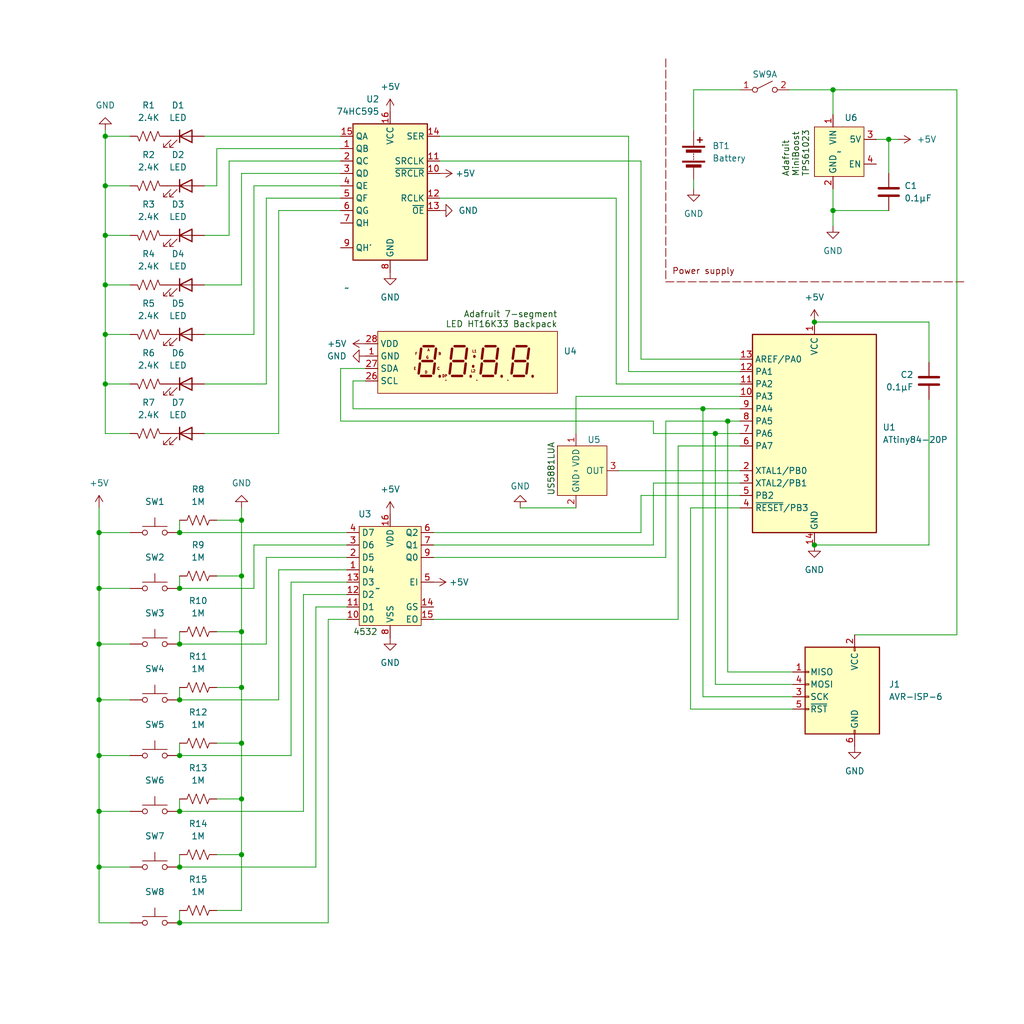
<source format=kicad_sch>
(kicad_sch (version 20230121) (generator eeschema)
  (paper "User" 210.007 210.007)
  (title_block (title "Digi-Roll") (date "2024-08-22") (rev "1") (company "zbauman3"))
  (lib_symbols
    (symbol "4xxx:4532"
      (property "Reference" "U" (at 5.08 11.43 0))
      (symbol "4532_1_1"
        (rectangle (start -6.35 10.16) (end 6.35 -10.16) (fill (type background)))
        (text "4532" (at 5.08 -11.43 0) (effects (font (size 1.27 1.27))))
        (pin input line (at 8.89 1.27 180) (length 2.54) (name "D4") (number "1"))
        (pin input line (at 8.89 -8.89 180) (length 2.54) (name "D0") (number "10"))
        (pin input line (at 8.89 -6.35 180) (length 2.54) (name "D1") (number "11"))
        (pin input line (at 8.89 -3.81 180) (length 2.54) (name "D2") (number "12"))
        (pin input line (at 8.89 -1.27 180) (length 2.54) (name "D3") (number "13"))
        (pin output line (at -8.89 -6.35 0) (length 2.54) (name "GS") (number "14"))
        (pin output line (at -8.89 -8.89 0) (length 2.54) (name "EO") (number "15"))
        (pin power_in line (at 0 12.7 270) (length 2.54) (name "VDD") (number "16"))
        (pin input line (at 8.89 3.81 180) (length 2.54) (name "D5") (number "2"))
        (pin input line (at 8.89 6.35 180) (length 2.54) (name "D6") (number "3"))
        (pin input line (at 8.89 8.89 180) (length 2.54) (name "D7") (number "4"))
        (pin input line (at -8.89 -1.27 0) (length 2.54) (name "EI") (number "5"))
        (pin output line (at -8.89 8.89 0) (length 2.54) (name "Q2") (number "6"))
        (pin output line (at -8.89 6.35 0) (length 2.54) (name "Q1") (number "7"))
        (pin power_in line (at 0 -12.7 90) (length 2.54) (name "VSS") (number "8"))
        (pin output line (at -8.89 3.81 0) (length 2.54) (name "Q0") (number "9"))
      )
    )
    (symbol "74xx:74HC595"
      (property "Reference" "U" (at -7.62 13.97 0))
      (property "Value" "74HC595" (at -7.62 -16.51 0))
      (symbol "74HC595_1_0"
        (pin tri_state line (at 10.16 7.62 180) (length 2.54) (name "QB") (number "1"))
        (pin input line (at -10.16 2.54 0) (length 2.54) (name "~{SRCLR}") (number "10"))
        (pin input line (at -10.16 5.08 0) (length 2.54) (name "SRCLK") (number "11"))
        (pin input line (at -10.16 -2.54 0) (length 2.54) (name "RCLK") (number "12"))
        (pin input line (at -10.16 -5.08 0) (length 2.54) (name "~{OE}") (number "13"))
        (pin input line (at -10.16 10.16 0) (length 2.54) (name "SER") (number "14"))
        (pin tri_state line (at 10.16 10.16 180) (length 2.54) (name "QA") (number "15"))
        (pin power_in line (at 0 15.24 270) (length 2.54) (name "VCC") (number "16"))
        (pin tri_state line (at 10.16 5.08 180) (length 2.54) (name "QC") (number "2"))
        (pin tri_state line (at 10.16 2.54 180) (length 2.54) (name "QD") (number "3"))
        (pin tri_state line (at 10.16 0 180) (length 2.54) (name "QE") (number "4"))
        (pin tri_state line (at 10.16 -2.54 180) (length 2.54) (name "QF") (number "5"))
        (pin tri_state line (at 10.16 -5.08 180) (length 2.54) (name "QG") (number "6"))
        (pin tri_state line (at 10.16 -7.62 180) (length 2.54) (name "QH") (number "7"))
        (pin power_in line (at 0 -17.78 90) (length 2.54) (name "GND") (number "8"))
        (pin output line (at 10.16 -12.7 180) (length 2.54) (name "QH'") (number "9"))
      )
      (symbol "74HC595_1_1"
        (rectangle (start -7.62 12.7) (end 7.62 -15.24) (stroke (width 0.254)) (fill (type background)))
      )
    )
    (symbol "Connector:AVR-ISP-6" (pin_names (offset 1.016))
      (property "Reference" "J" (at -6.35 11.43 0))
      (property "Value" "AVR-ISP-6" (at 0 11.43 0))
      (symbol "AVR-ISP-6_0_1"
        (rectangle (start -2.667 -6.858) (end -2.413 -7.62))
        (rectangle (start -2.667 10.16) (end -2.413 9.398))
        (rectangle (start 7.62 -2.413) (end 6.858 -2.667))
        (rectangle (start 7.62 0.127) (end 6.858 -0.127))
        (rectangle (start 7.62 2.667) (end 6.858 2.413))
        (rectangle (start 7.62 5.207) (end 6.858 4.953))
        (rectangle (start 7.62 10.16) (end -7.62 -7.62) (stroke (width 0.254)) (fill (type background)))
      )
      (symbol "AVR-ISP-6_1_1"
        (pin passive line (at 10.16 5.08 180) (length 2.54) (name "MISO") (number "1"))
        (pin passive line (at -2.54 12.7 270) (length 2.54) (name "VCC") (number "2"))
        (pin passive line (at 10.16 0 180) (length 2.54) (name "SCK") (number "3"))
        (pin passive line (at 10.16 2.54 180) (length 2.54) (name "MOSI") (number "4"))
        (pin passive line (at 10.16 -2.54 180) (length 2.54) (name "~{RST}") (number "5"))
        (pin passive line (at -2.54 -10.16 90) (length 2.54) (name "GND") (number "6"))
      )
    )
    (symbol "Device:Battery" (pin_numbers hide) (pin_names (offset 0) hide)
      (property "Reference" "BT" (at 2.54 2.54 0))
      (property "Value" "Battery" (at 2.54 0 0))
      (symbol "Battery_0_1"
        (rectangle (start -2.286 -1.27) (end 2.286 -1.524) (fill (type outline)))
        (rectangle (start -2.286 1.778) (end 2.286 1.524) (fill (type outline)))
        (rectangle (start -1.524 -2.032) (end 1.524 -2.54) (fill (type outline)))
        (rectangle (start -1.524 1.016) (end 1.524 0.508) (fill (type outline)))
        (polyline (pts (xy 0 -1.016) (xy 0 -0.762)))
        (polyline (pts (xy 0 -0.508) (xy 0 -0.254)))
        (polyline (pts (xy 0 0) (xy 0 0.254)))
        (polyline (pts (xy 0 1.778) (xy 0 2.54)))
        (polyline (pts (xy 0.762 3.048) (xy 1.778 3.048)) (stroke (width 0.254)))
        (polyline (pts (xy 1.27 3.556) (xy 1.27 2.54)) (stroke (width 0.254)))
      )
      (symbol "Battery_1_1"
        (pin passive line (at 0 5.08 270) (length 2.54) (name "+") (number "1"))
        (pin passive line (at 0 -5.08 90) (length 2.54) (name "-") (number "2"))
      )
    )
    (symbol "Device:C" (pin_numbers hide) (pin_names (offset 0.254))
      (property "Reference" "C" (at 0.635 2.54 0))
      (property "Value" "C" (at 0.635 -2.54 0))
      (symbol "C_0_1"
        (polyline (pts (xy -2.032 -0.762) (xy 2.032 -0.762)) (stroke (width 0.508)))
        (polyline (pts (xy -2.032 0.762) (xy 2.032 0.762)) (stroke (width 0.508)))
      )
      (symbol "C_1_1"
        (pin passive line (at 0 3.81 270) (length 2.794) (name "~") (number "1"))
        (pin passive line (at 0 -3.81 90) (length 2.794) (name "~") (number "2"))
      )
    )
    (symbol "Device:LED" (pin_numbers hide) (pin_names (offset 1.016) hide)
      (property "Reference" "D" (at 0 2.54 0))
      (property "Value" "LED" (at 0 -2.54 0))
      (symbol "LED_0_1"
        (polyline (pts (xy -1.27 -1.27) (xy -1.27 1.27)) (stroke (width 0.254)))
        (polyline (pts (xy -1.27 0) (xy 1.27 0)))
        (polyline (pts (xy 1.27 -1.27) (xy 1.27 1.27) (xy -1.27 0) (xy 1.27 -1.27)) (stroke (width 0.254)))
        (polyline (pts (xy -3.048 -0.762) (xy -4.572 -2.286) (xy -3.81 -2.286) (xy -4.572 -2.286) (xy -4.572 -1.524)))
        (polyline (pts (xy -1.778 -0.762) (xy -3.302 -2.286) (xy -2.54 -2.286) (xy -3.302 -2.286) (xy -3.302 -1.524)))
      )
      (symbol "LED_1_1"
        (pin passive line (at -3.81 0 0) (length 2.54) (name "K") (number "1"))
        (pin passive line (at 3.81 0 180) (length 2.54) (name "A") (number "2"))
      )
    )
    (symbol "Device:R_US" (pin_numbers hide) (pin_names (offset 0))
      (property "Reference" "R" (at 2.54 0 90))
      (property "Value" "R_US" (at -2.54 0 90))
      (symbol "R_US_0_1"
        (polyline (pts (xy 0 -2.286) (xy 0 -2.54)))
        (polyline (pts (xy 0 2.286) (xy 0 2.54)))
        (polyline (pts (xy 0 -0.762) (xy 1.016 -1.143) (xy 0 -1.524) (xy -1.016 -1.905) (xy 0 -2.286)))
        (polyline (pts (xy 0 0.762) (xy 1.016 0.381) (xy 0 0) (xy -1.016 -0.381) (xy 0 -0.762)))
        (polyline (pts (xy 0 2.286) (xy 1.016 1.905) (xy 0 1.524) (xy -1.016 1.143) (xy 0 0.762)))
      )
      (symbol "R_US_1_1"
        (pin passive line (at 0 3.81 270) (length 1.27) (name "~") (number "1"))
        (pin passive line (at 0 -3.81 90) (length 1.27) (name "~") (number "2"))
      )
    )
    (symbol "Display_Character:Adafruit_7-segment_LED_HT16K33_Backpack"
      (property "Reference" "U" (at -16.51 7.62 0))
      (symbol "Adafruit_7-segment_LED_HT16K33_Backpack_0_1"
        (rectangle (start -3.81 -3.683) (end -3.81 -3.683) (stroke (width 0.254)))
        (polyline (pts (xy -3.81 -3.683) (xy -3.81 -3.683)) (stroke (width 0.254)))
        (polyline (pts (xy 2.54 -3.683) (xy 2.54 -3.683)) (stroke (width 0.254)))
        (polyline (pts (xy 8.89 -3.683) (xy 8.89 -3.683)) (stroke (width 0.254)))
        (rectangle (start 2.54 -3.683) (end 2.54 -3.683) (stroke (width 0.254)))
        (rectangle (start 8.89 -3.683) (end 8.89 -3.683) (stroke (width 0.254)))
      )
      (symbol "Adafruit_7-segment_LED_HT16K33_Backpack_1_0"
        (text "A" (at -7.366 2.54 0) (effects (font (size 0.508 0.508))))
        (text "B" (at -5.08 1.778 0) (effects (font (size 0.508 0.508))))
        (text "C" (at -5.334 -1.27 0) (effects (font (size 0.508 0.508))))
        (text "D" (at -7.874 -2.032 0) (effects (font (size 0.508 0.508))))
        (text "DP" (at -4.064 -2.794 0) (effects (font (size 0.508 0.508))))
        (text "E" (at -10.16 -1.27 0) (effects (font (size 0.508 0.508))))
        (text "F" (at -9.906 1.778 0) (effects (font (size 0.508 0.508))))
        (text "G" (at -7.62 1.016 0) (effects (font (size 0.508 0.508))))
        (text "L1" (at 2.032 2.286 0) (effects (font (size 0.508 0.508))))
        (text "L2" (at 1.778 -1.778 0) (effects (font (size 0.508 0.508))))
      )
      (symbol "Adafruit_7-segment_LED_HT16K33_Backpack_1_1"
        (rectangle (start -17.78 6.35) (end 19.05 -6.35) (fill (type background)))
        (polyline (pts (xy -9.144 -0.254) (xy -9.398 -2.286)) (stroke (width 0.508)))
        (polyline (pts (xy -8.89 -2.794) (xy -6.858 -2.794)) (stroke (width 0.508)))
        (polyline (pts (xy -8.89 2.794) (xy -9.144 0.762)) (stroke (width 0.508)))
        (polyline (pts (xy -8.636 0.254) (xy -6.604 0.254)) (stroke (width 0.508)))
        (polyline (pts (xy -8.382 3.302) (xy -6.35 3.302)) (stroke (width 0.508)))
        (polyline (pts (xy -6.096 -0.254) (xy -6.35 -2.286)) (stroke (width 0.508)))
        (polyline (pts (xy -5.842 2.794) (xy -6.096 0.762)) (stroke (width 0.508)))
        (polyline (pts (xy -5.08 -2.921) (xy -5.08 -2.794)) (stroke (width 0.508)))
        (polyline (pts (xy -2.794 -0.254) (xy -3.048 -2.286)) (stroke (width 0.508)))
        (polyline (pts (xy -2.54 -2.794) (xy -0.508 -2.794)) (stroke (width 0.508)))
        (polyline (pts (xy -2.54 2.794) (xy -2.794 0.762)) (stroke (width 0.508)))
        (polyline (pts (xy -2.286 0.254) (xy -0.254 0.254)) (stroke (width 0.508)))
        (polyline (pts (xy -2.032 3.302) (xy 0 3.302)) (stroke (width 0.508)))
        (polyline (pts (xy 0.254 -0.254) (xy 0 -2.286)) (stroke (width 0.508)))
        (polyline (pts (xy 0.508 2.794) (xy 0.254 0.762)) (stroke (width 0.508)))
        (polyline (pts (xy 1.27 -2.921) (xy 1.27 -2.794)) (stroke (width 0.508)))
        (polyline (pts (xy 1.778 -0.889) (xy 1.778 -0.762)) (stroke (width 0.508)))
        (polyline (pts (xy 2.032 1.143) (xy 2.032 1.27)) (stroke (width 0.508)))
        (polyline (pts (xy 3.556 -0.254) (xy 3.302 -2.286)) (stroke (width 0.508)))
        (polyline (pts (xy 3.81 -2.794) (xy 5.842 -2.794)) (stroke (width 0.508)))
        (polyline (pts (xy 3.81 2.794) (xy 3.556 0.762)) (stroke (width 0.508)))
        (polyline (pts (xy 4.064 0.254) (xy 6.096 0.254)) (stroke (width 0.508)))
        (polyline (pts (xy 4.318 3.302) (xy 6.35 3.302)) (stroke (width 0.508)))
        (polyline (pts (xy 6.604 -0.254) (xy 6.35 -2.286)) (stroke (width 0.508)))
        (polyline (pts (xy 6.858 2.794) (xy 6.604 0.762)) (stroke (width 0.508)))
        (polyline (pts (xy 7.62 -2.921) (xy 7.62 -2.794)) (stroke (width 0.508)))
        (polyline (pts (xy 9.906 -0.254) (xy 9.652 -2.286)) (stroke (width 0.508)))
        (polyline (pts (xy 10.16 -2.794) (xy 12.192 -2.794)) (stroke (width 0.508)))
        (polyline (pts (xy 10.16 2.794) (xy 9.906 0.762)) (stroke (width 0.508)))
        (polyline (pts (xy 10.414 0.254) (xy 12.446 0.254)) (stroke (width 0.508)))
        (polyline (pts (xy 10.668 3.302) (xy 12.7 3.302)) (stroke (width 0.508)))
        (polyline (pts (xy 12.954 -0.254) (xy 12.7 -2.286)) (stroke (width 0.508)))
        (polyline (pts (xy 13.208 2.794) (xy 12.954 0.762)) (stroke (width 0.508)))
        (polyline (pts (xy 13.97 -2.921) (xy 13.97 -2.794)) (stroke (width 0.508)))
        (text "Adafruit 7-segment\nLED HT16K33 Backpack" (at 19.05 8.89 0) (effects (font (size 1.27 1.27)) (justify right)))
        (pin power_in line (at -20.32 1.27 0) (length 2.54) (name "GND") (number "1"))
        (pin input line (at -20.32 -3.81 0) (length 2.54) (name "SCL") (number "26"))
        (pin bidirectional line (at -20.32 -1.27 0) (length 2.54) (name "SDA") (number "27"))
        (pin power_in line (at -20.32 3.81 0) (length 2.54) (name "VDD") (number "28"))
      )
    )
    (symbol "MCU_Microchip_ATtiny:ATtiny84-20P"
      (property "Reference" "U" (at -12.7 21.59 0))
      (property "Value" "ATtiny84-20P" (at 2.54 -21.59 0))
      (symbol "ATtiny84-20P_0_1"
        (rectangle (start -12.7 -20.32) (end 12.7 20.32) (stroke (width 0.254)) (fill (type background)))
      )
      (symbol "ATtiny84-20P_1_1"
        (pin power_in line (at 0 22.86 270) (length 2.54) (name "VCC") (number "1"))
        (pin bidirectional line (at 15.24 7.62 180) (length 2.54) (name "PA3") (number "10"))
        (pin bidirectional line (at 15.24 10.16 180) (length 2.54) (name "PA2") (number "11"))
        (pin bidirectional line (at 15.24 12.7 180) (length 2.54) (name "PA1") (number "12"))
        (pin bidirectional line (at 15.24 15.24 180) (length 2.54) (name "AREF/PA0") (number "13"))
        (pin power_in line (at 0 -22.86 90) (length 2.54) (name "GND") (number "14"))
        (pin bidirectional line (at 15.24 -7.62 180) (length 2.54) (name "XTAL1/PB0") (number "2"))
        (pin bidirectional line (at 15.24 -10.16 180) (length 2.54) (name "XTAL2/PB1") (number "3"))
        (pin bidirectional line (at 15.24 -15.24 180) (length 2.54) (name "~{RESET}/PB3") (number "4"))
        (pin bidirectional line (at 15.24 -12.7 180) (length 2.54) (name "PB2") (number "5"))
        (pin bidirectional line (at 15.24 -2.54 180) (length 2.54) (name "PA7") (number "6"))
        (pin bidirectional line (at 15.24 0 180) (length 2.54) (name "PA6") (number "7"))
        (pin bidirectional line (at 15.24 2.54 180) (length 2.54) (name "PA5") (number "8"))
        (pin bidirectional line (at 15.24 5.08 180) (length 2.54) (name "PA4") (number "9"))
      )
    )
    (symbol "Regulator_Switching:Adafruit_MiniBoost_5V"
      (property "Reference" "U" (at 3.81 6.35 0))
      (symbol "Adafruit_MiniBoost_5V_1_1"
        (rectangle (start -5.08 5.08) (end 5.08 -5.08) (fill (type background)))
        (text "Adafruit\nMiniBoost\nTPS61023" (at -8.89 -5.08 900) (effects (font (size 1.27 1.27)) (justify left)))
        (pin power_in line (at -1.27 7.62 270) (length 2.54) (name "VIN") (number "1"))
        (pin power_in line (at -1.27 -7.62 90) (length 2.54) (name "GND") (number "2"))
        (pin power_out line (at 7.62 2.54 180) (length 2.54) (name "5V") (number "3"))
        (pin input line (at 7.62 -2.54 180) (length 2.54) (name "EN") (number "4"))
      )
    )
    (symbol "Sensor_Magnetic:US5881LUA"
      (property "Reference" "U" (at 5.08 6.35 0))
      (symbol "US5881LUA_1_1"
        (rectangle (start -3.81 5.08) (end 6.35 -5.08) (fill (type background)))
        (text "US5881LUA" (at -5.08 -5.08 900) (effects (font (size 1.27 1.27)) (justify left)))
        (pin power_in line (at 0 7.62 270) (length 2.54) (name "VDD") (number "1"))
        (pin power_in line (at 0 -7.62 90) (length 2.54) (name "GND") (number "2"))
        (pin output line (at 8.89 0 180) (length 2.54) (name "OUT") (number "3"))
      )
    )
    (symbol "Switch:SW_DPST_x2" (pin_names (offset 0) hide)
      (property "Reference" "SW" (at 0 3.175 0))
      (property "Value" "SW_DPST_x2" (at 0 -2.54 0))
      (symbol "SW_DPST_x2_0_0"
        (circle (center -2.032 0) (radius 0.508))
        (polyline (pts (xy -1.524 0.254) (xy 1.524 1.778)))
        (circle (center 2.032 0) (radius 0.508))
      )
      (symbol "SW_DPST_x2_1_1"
        (pin passive line (at -5.08 0 0) (length 2.54) (name "A") (number "1"))
        (pin passive line (at 5.08 0 180) (length 2.54) (name "B") (number "2"))
      )
      (symbol "SW_DPST_x2_2_1"
        (pin passive line (at -5.08 0 0) (length 2.54) (name "A") (number "3"))
        (pin passive line (at 5.08 0 180) (length 2.54) (name "B") (number "4"))
      )
    )
    (symbol "Switch:SW_Push" (pin_numbers hide) (pin_names (offset 1.016) hide)
      (property "Reference" "SW" (at 1.27 2.54 0))
      (property "Value" "SW_Push" (at 0 -1.524 0))
      (symbol "SW_Push_0_1"
        (circle (center -2.032 0) (radius 0.508))
        (polyline (pts (xy 0 1.27) (xy 0 3.048)))
        (polyline (pts (xy 2.54 1.27) (xy -2.54 1.27)))
        (circle (center 2.032 0) (radius 0.508))
        (pin passive line (at -5.08 0 0) (length 2.54) (name "1") (number "1"))
        (pin passive line (at 5.08 0 180) (length 2.54) (name "2") (number "2"))
      )
    )
    (symbol "power:+5V" (power) (pin_names (offset 0))
      (property "Value" "+5V" (at 0 3.556 0))
      (symbol "+5V_0_1"
        (polyline (pts (xy -0.762 1.27) (xy 0 2.54)))
        (polyline (pts (xy 0 0) (xy 0 2.54)))
        (polyline (pts (xy 0 2.54) (xy 0.762 1.27)))
      )
      (symbol "+5V_1_1"
        (pin power_in line (at 0 0 90) (length 0) hide (name "+5V") (number "1"))
      )
    )
    (symbol "power:GND" (power) (pin_names (offset 0))
      (property "Value" "GND" (at 0 -3.81 0))
      (symbol "GND_0_1"
        (polyline (pts (xy 0 0) (xy 0 -1.27) (xy 1.27 -1.27) (xy 0 -2.54) (xy -1.27 -1.27) (xy 0 -1.27)))
      )
      (symbol "GND_1_1"
        (pin power_in line (at 0 0 270) (length 0) hide (name "GND") (number "1"))
      )
    )
  )
  (junction (at 170.815 43.18))
  (junction (at 49.53 152.4))
  (junction (at 49.53 118.11))
  (junction (at 36.83 166.37))
  (junction (at 21.59 78.74))
  (junction (at 170.815 18.415))
  (junction (at 21.59 38.1))
  (junction (at 49.53 140.97))
  (junction (at 49.53 175.26))
  (junction (at 21.59 27.94))
  (junction (at 146.685 88.9))
  (junction (at 144.145 83.82))
  (junction (at 20.32 143.51))
  (junction (at 21.59 58.42))
  (junction (at 20.32 132.08))
  (junction (at 36.83 177.8))
  (junction (at 167.005 111.76))
  (junction (at 36.83 154.94))
  (junction (at 20.32 120.65))
  (junction (at 36.83 189.23))
  (junction (at 49.53 163.83))
  (junction (at 49.53 129.54))
  (junction (at 36.83 120.65))
  (junction (at 149.225 86.36))
  (junction (at 36.83 132.08))
  (junction (at 36.83 109.22))
  (junction (at 36.83 143.51))
  (junction (at 182.245 28.575))
  (junction (at 49.53 106.68))
  (junction (at 20.32 109.22))
  (junction (at 20.32 154.94))
  (junction (at 167.005 66.04))
  (junction (at 21.59 68.58))
  (junction (at 21.59 48.26))
  (junction (at 20.32 166.37))
  (junction (at 20.32 177.8))
  (wire (pts (xy 67.31 189.23) (xy 36.83 189.23)))
  (wire (pts (xy 71.12 114.3) (xy 54.61 114.3)))
  (wire (pts (xy 69.85 38.1) (xy 52.07 38.1)))
  (wire (pts (xy 36.83 175.26) (xy 36.83 177.8)))
  (wire (pts (xy 64.77 124.46) (xy 64.77 177.8)))
  (wire (pts (xy 41.91 27.94) (xy 69.85 27.94)))
  (wire (pts (xy 151.765 83.82) (xy 144.145 83.82)))
  (wire (pts (xy 151.765 78.74) (xy 126.365 78.74)))
  (wire (pts (xy 57.15 143.51) (xy 36.83 143.51)))
  (wire (pts (xy 20.32 109.22) (xy 26.67 109.22)))
  (wire (pts (xy 36.83 118.11) (xy 36.83 120.65)))
  (wire (pts (xy 69.85 43.18) (xy 57.15 43.18)))
  (wire (pts (xy 71.12 121.92) (xy 62.23 121.92)))
  (wire (pts (xy 72.39 78.105) (xy 72.39 83.82)))
  (wire (pts (xy 20.32 109.22) (xy 20.32 120.65)))
  (wire (pts (xy 118.11 81.28) (xy 151.765 81.28)))
  (wire (pts (xy 142.24 18.415) (xy 151.765 18.415)))
  (wire (pts (xy 26.67 48.26) (xy 21.59 48.26)))
  (wire (pts (xy 20.32 154.94) (xy 26.67 154.94)))
  (wire (pts (xy 49.53 175.26) (xy 49.53 186.69)))
  (wire (pts (xy 151.765 86.36) (xy 149.225 86.36)))
  (wire (pts (xy 20.32 166.37) (xy 20.32 177.8)))
  (wire (pts (xy 21.59 68.58) (xy 21.59 78.74)))
  (wire (pts (xy 46.99 33.02) (xy 46.99 48.26)))
  (wire (pts (xy 182.245 28.575) (xy 184.15 28.575)))
  (wire (pts (xy 71.12 119.38) (xy 59.69 119.38)))
  (wire (pts (xy 151.765 88.9) (xy 146.685 88.9)))
  (wire (pts (xy 67.31 127) (xy 67.31 189.23)))
  (wire (pts (xy 44.45 30.48) (xy 44.45 38.1)))
  (wire (pts (xy 49.53 106.68) (xy 49.53 118.11)))
  (wire (pts (xy 151.765 99.06) (xy 133.985 99.06)))
  (wire (pts (xy 49.53 35.56) (xy 49.53 58.42)))
  (wire (pts (xy 49.53 152.4) (xy 49.53 163.83)))
  (wire (pts (xy 196.215 18.415) (xy 170.815 18.415)))
  (wire (pts (xy 44.45 106.68) (xy 49.53 106.68)))
  (wire (pts (xy 162.56 142.875) (xy 144.145 142.875)))
  (wire (pts (xy 190.5 81.915) (xy 190.5 111.76)))
  (wire (pts (xy 54.61 114.3) (xy 54.61 132.08)))
  (wire (pts (xy 36.83 152.4) (xy 36.83 154.94)))
  (wire (pts (xy 151.765 91.44) (xy 139.065 91.44)))
  (wire (pts (xy 44.45 129.54) (xy 49.53 129.54)))
  (polyline (pts (xy 136.525 57.785) (xy 198.12 57.785)) (stroke (width 0) (type dash) (color 132 0 0 1)))
  (wire (pts (xy 151.765 104.14) (xy 141.605 104.14)))
  (wire (pts (xy 146.685 88.9) (xy 133.985 88.9)))
  (wire (pts (xy 21.59 38.1) (xy 21.59 48.26)))
  (wire (pts (xy 133.985 86.36) (xy 69.85 86.36)))
  (wire (pts (xy 49.53 186.69) (xy 44.45 186.69)))
  (wire (pts (xy 59.69 154.94) (xy 36.83 154.94)))
  (wire (pts (xy 131.445 73.66) (xy 131.445 33.02)))
  (wire (pts (xy 21.59 78.74) (xy 21.59 88.9)))
  (wire (pts (xy 54.61 132.08) (xy 36.83 132.08)))
  (wire (pts (xy 136.525 114.3) (xy 88.9 114.3)))
  (wire (pts (xy 69.85 33.02) (xy 46.99 33.02)))
  (wire (pts (xy 144.145 83.82) (xy 144.145 142.875)))
  (wire (pts (xy 190.5 74.295) (xy 190.5 66.04)))
  (wire (pts (xy 52.07 38.1) (xy 52.07 68.58)))
  (wire (pts (xy 54.61 40.64) (xy 54.61 78.74)))
  (wire (pts (xy 71.12 116.84) (xy 57.15 116.84)))
  (wire (pts (xy 170.815 43.18) (xy 182.245 43.18)))
  (wire (pts (xy 57.15 43.18) (xy 57.15 88.9)))
  (wire (pts (xy 151.765 73.66) (xy 131.445 73.66)))
  (wire (pts (xy 36.83 109.22) (xy 71.12 109.22)))
  (wire (pts (xy 133.985 111.76) (xy 88.9 111.76)))
  (wire (pts (xy 128.905 76.2) (xy 128.905 27.94)))
  (wire (pts (xy 118.11 81.28) (xy 118.11 88.9)))
  (wire (pts (xy 59.69 119.38) (xy 59.69 154.94)))
  (wire (pts (xy 21.59 27.94) (xy 21.59 38.1)))
  (wire (pts (xy 149.225 86.36) (xy 136.525 86.36)))
  (wire (pts (xy 49.53 118.11) (xy 49.53 129.54)))
  (wire (pts (xy 131.445 109.22) (xy 88.9 109.22)))
  (wire (pts (xy 136.525 86.36) (xy 136.525 114.3)))
  (wire (pts (xy 44.45 140.97) (xy 49.53 140.97)))
  (wire (pts (xy 62.23 121.92) (xy 62.23 166.37)))
  (wire (pts (xy 69.85 86.36) (xy 69.85 75.565)))
  (wire (pts (xy 36.83 163.83) (xy 36.83 166.37)))
  (wire (pts (xy 146.685 140.335) (xy 146.685 88.9)))
  (wire (pts (xy 162.56 137.795) (xy 149.225 137.795)))
  (wire (pts (xy 139.065 91.44) (xy 139.065 127)))
  (wire (pts (xy 182.245 28.575) (xy 182.245 35.56)))
  (wire (pts (xy 142.24 36.83) (xy 142.24 38.735)))
  (wire (pts (xy 161.925 18.415) (xy 170.815 18.415)))
  (wire (pts (xy 44.45 152.4) (xy 49.53 152.4)))
  (wire (pts (xy 26.67 68.58) (xy 21.59 68.58)))
  (wire (pts (xy 162.56 140.335) (xy 146.685 140.335)))
  (wire (pts (xy 36.83 186.69) (xy 36.83 189.23)))
  (wire (pts (xy 196.215 130.175) (xy 196.215 18.415)))
  (wire (pts (xy 20.32 120.65) (xy 20.32 132.08)))
  (wire (pts (xy 71.12 111.76) (xy 52.07 111.76)))
  (wire (pts (xy 72.39 78.105) (xy 74.93 78.105)))
  (wire (pts (xy 26.67 27.94) (xy 21.59 27.94)))
  (wire (pts (xy 21.59 48.26) (xy 21.59 58.42)))
  (wire (pts (xy 69.85 35.56) (xy 49.53 35.56)))
  (wire (pts (xy 57.15 116.84) (xy 57.15 143.51)))
  (wire (pts (xy 54.61 78.74) (xy 41.91 78.74)))
  (wire (pts (xy 139.065 127) (xy 88.9 127)))
  (wire (pts (xy 21.59 88.9) (xy 26.67 88.9)))
  (wire (pts (xy 170.815 46.355) (xy 170.815 43.18)))
  (wire (pts (xy 69.85 30.48) (xy 44.45 30.48)))
  (wire (pts (xy 142.24 18.415) (xy 142.24 26.67)))
  (wire (pts (xy 126.365 78.74) (xy 126.365 40.64)))
  (wire (pts (xy 20.32 104.14) (xy 20.32 109.22)))
  (wire (pts (xy 20.32 189.23) (xy 26.67 189.23)))
  (wire (pts (xy 151.765 101.6) (xy 131.445 101.6)))
  (wire (pts (xy 20.32 120.65) (xy 26.67 120.65)))
  (wire (pts (xy 44.45 175.26) (xy 49.53 175.26)))
  (wire (pts (xy 36.83 106.68) (xy 36.83 109.22)))
  (wire (pts (xy 106.68 104.14) (xy 118.11 104.14)))
  (wire (pts (xy 44.45 118.11) (xy 49.53 118.11)))
  (wire (pts (xy 52.07 68.58) (xy 41.91 68.58)))
  (wire (pts (xy 26.67 58.42) (xy 21.59 58.42)))
  (wire (pts (xy 20.32 177.8) (xy 26.67 177.8)))
  (wire (pts (xy 36.83 129.54) (xy 36.83 132.08)))
  (wire (pts (xy 149.225 137.795) (xy 149.225 86.36)))
  (wire (pts (xy 127 96.52) (xy 151.765 96.52)))
  (wire (pts (xy 133.985 99.06) (xy 133.985 111.76)))
  (polyline (pts (xy 136.525 12.065) (xy 136.525 57.785)) (stroke (width 0) (type dash) (color 132 0 0 1)))
  (wire (pts (xy 52.07 120.65) (xy 36.83 120.65)))
  (wire (pts (xy 170.815 18.415) (xy 170.815 23.495)))
  (wire (pts (xy 71.12 127) (xy 67.31 127)))
  (wire (pts (xy 131.445 101.6) (xy 131.445 109.22)))
  (wire (pts (xy 69.85 40.64) (xy 54.61 40.64)))
  (wire (pts (xy 49.53 163.83) (xy 49.53 175.26)))
  (wire (pts (xy 62.23 166.37) (xy 36.83 166.37)))
  (wire (pts (xy 141.605 145.415) (xy 162.56 145.415)))
  (wire (pts (xy 52.07 111.76) (xy 52.07 120.65)))
  (wire (pts (xy 141.605 104.14) (xy 141.605 145.415)))
  (wire (pts (xy 44.45 163.83) (xy 49.53 163.83)))
  (wire (pts (xy 167.005 66.04) (xy 190.5 66.04)))
  (wire (pts (xy 26.67 38.1) (xy 21.59 38.1)))
  (wire (pts (xy 190.5 111.76) (xy 167.005 111.76)))
  (wire (pts (xy 49.53 104.14) (xy 49.53 106.68)))
  (wire (pts (xy 133.985 88.9) (xy 133.985 86.36)))
  (wire (pts (xy 131.445 33.02) (xy 90.17 33.02)))
  (wire (pts (xy 21.59 58.42) (xy 21.59 68.58)))
  (wire (pts (xy 46.99 48.26) (xy 41.91 48.26)))
  (wire (pts (xy 57.15 88.9) (xy 41.91 88.9)))
  (wire (pts (xy 20.32 143.51) (xy 20.32 154.94)))
  (wire (pts (xy 170.815 43.18) (xy 170.815 38.735)))
  (wire (pts (xy 179.705 28.575) (xy 182.245 28.575)))
  (wire (pts (xy 49.53 129.54) (xy 49.53 140.97)))
  (wire (pts (xy 20.32 177.8) (xy 20.32 189.23)))
  (wire (pts (xy 20.32 154.94) (xy 20.32 166.37)))
  (wire (pts (xy 126.365 40.64) (xy 90.17 40.64)))
  (wire (pts (xy 151.765 76.2) (xy 128.905 76.2)))
  (wire (pts (xy 36.83 140.97) (xy 36.83 143.51)))
  (wire (pts (xy 20.32 143.51) (xy 26.67 143.51)))
  (wire (pts (xy 175.26 130.175) (xy 196.215 130.175)))
  (wire (pts (xy 49.53 58.42) (xy 41.91 58.42)))
  (wire (pts (xy 44.45 38.1) (xy 41.91 38.1)))
  (wire (pts (xy 21.59 26.67) (xy 21.59 27.94)))
  (wire (pts (xy 128.905 27.94) (xy 90.17 27.94)))
  (wire (pts (xy 20.32 132.08) (xy 20.32 143.51)))
  (wire (pts (xy 69.85 75.565) (xy 74.93 75.565)))
  (wire (pts (xy 20.32 132.08) (xy 26.67 132.08)))
  (wire (pts (xy 64.77 177.8) (xy 36.83 177.8)))
  (wire (pts (xy 144.145 83.82) (xy 72.39 83.82)))
  (wire (pts (xy 26.67 78.74) (xy 21.59 78.74)))
  (wire (pts (xy 71.12 124.46) (xy 64.77 124.46)))
  (wire (pts (xy 49.53 140.97) (xy 49.53 152.4)))
  (wire (pts (xy 20.32 166.37) (xy 26.67 166.37)))
  (text "Power supply" (at 137.795 56.515 0) (effects (font (size 1.27 1.27)) (justify left bottom)))
  (symbol (lib_id "Device:C") (at 190.5 78.105 0) (mirror y) (unit 1)
    (property "Reference" "C2" (at 187.325 76.835 0) (effects (justify left)))
    (property "Value" "0.1µF" (at 187.325 79.375 0) (effects (justify left)))
    (property "Footprint" "Capacitor_THT:C_Disc_D4.7mm_W2.5mm_P5.00mm" (effects hide))
  )
  (symbol (lib_id "power:+5V") (at 88.9 119.38 270) (unit 1)
    (property "Reference" "#PWR019" (effects hide))
    (property "Value" "+5V" (at 92.075 119.38 90) (effects (justify left)))
  )
  (symbol (lib_id "power:+5V") (at 74.93 70.485 90) (unit 1)
    (property "Reference" "#PWR013" (effects hide))
    (property "Value" "+5V" (at 71.12 70.485 90) (effects (justify left)))
  )
  (symbol (lib_id "Device:R_US") (at 40.64 129.54 90) (unit 1)
    (property "Reference" "R10" (at 40.64 123.19 90))
    (property "Value" "1M" (at 40.64 125.73 90))
    (property "Footprint" "Resistor_THT:R_Axial_DIN0207_L6.3mm_D2.5mm_P7.62mm_Horizontal" (effects hide))
  )
  (symbol (lib_id "Device:R_US") (at 30.48 27.94 270) (mirror x) (unit 1)
    (property "Reference" "R1" (at 30.48 21.59 90))
    (property "Value" "2.4K" (at 30.48 24.13 90))
    (property "Footprint" "Resistor_THT:R_Axial_DIN0207_L6.3mm_D2.5mm_P7.62mm_Horizontal" (effects hide))
  )
  (symbol (lib_id "power:GND") (at 49.53 104.14 0) (mirror x) (unit 1)
    (property "Reference" "#PWR015" (effects hide))
    (property "Value" "GND" (at 49.53 99.06 0))
  )
  (symbol (lib_id "74xx:74HC595") (at 80.01 38.1 0) (mirror y) (unit 1)
    (property "Reference" "U2" (at 77.8159 20.32 0) (effects (justify left)))
    (property "Value" "74HC595" (at 77.8159 22.86 0) (effects (justify left)))
    (property "Footprint" "Package_DIP:DIP-16_W7.62mm" (effects hide))
    (property "Datasheet" "http://www.ti.com/lit/ds/symlink/sn74hc595.pdf" (effects hide))
  )
  (symbol (lib_id "power:GND") (at 80.01 130.81 0) (unit 1)
    (property "Reference" "#PWR010" (effects hide))
    (property "Value" "GND" (at 80.01 135.89 0))
  )
  (symbol (lib_id "Device:R_US") (at 40.64 186.69 90) (unit 1)
    (property "Reference" "R15" (at 40.64 180.34 90))
    (property "Value" "1M" (at 40.64 182.88 90))
    (property "Footprint" "Resistor_THT:R_Axial_DIN0207_L6.3mm_D2.5mm_P7.62mm_Horizontal" (effects hide))
  )
  (symbol (lib_id "power:GND") (at 167.005 111.76 0) (mirror y) (unit 1)
    (property "Reference" "#PWR01" (effects hide))
    (property "Value" "GND" (at 167.005 116.84 0))
  )
  (symbol (lib_id "Device:Battery") (at 142.24 31.75 0) (unit 1)
    (property "Reference" "BT1" (at 146.05 29.9085 0) (effects (justify left)))
    (property "Value" "Battery" (at 146.05 32.4485 0) (effects (justify left)))
    (property "Footprint" "Connector_PinHeader_2.54mm:PinHeader_1x02_P2.54mm_Vertical" (effects hide))
  )
  (symbol (lib_id "power:+5V") (at 90.17 35.56 270) (unit 1)
    (property "Reference" "#PWR018" (effects hide))
    (property "Value" "+5V" (at 93.345 35.56 90) (effects (justify left)))
  )
  (symbol (lib_id "Device:R_US") (at 30.48 78.74 270) (mirror x) (unit 1)
    (property "Reference" "R6" (at 30.48 72.39 90))
    (property "Value" "2.4K" (at 30.48 74.93 90))
    (property "Footprint" "Resistor_THT:R_Axial_DIN0207_L6.3mm_D2.5mm_P7.62mm_Horizontal" (effects hide))
  )
  (symbol (lib_id "Device:R_US") (at 30.48 48.26 270) (mirror x) (unit 1)
    (property "Reference" "R3" (at 30.48 41.91 90))
    (property "Value" "2.4K" (at 30.48 44.45 90))
    (property "Footprint" "Resistor_THT:R_Axial_DIN0207_L6.3mm_D2.5mm_P7.62mm_Horizontal" (effects hide))
  )
  (symbol (lib_id "Device:LED") (at 38.1 38.1 0) (unit 1)
    (property "Reference" "D2" (at 36.5125 31.75 0))
    (property "Value" "LED" (at 36.5125 34.29 0))
    (property "Footprint" "LED_THT:LED_D5.0mm" (effects hide))
  )
  (symbol (lib_id "Display_Character:Adafruit_7-segment_LED_HT16K33_Backpack") (at 95.25 74.295 0) (unit 1)
    (property "Reference" "U4" (at 115.57 72.003 0) (effects (justify left)))
    (property "Value" "~" (at 71.12 59.055 0))
    (property "Footprint" "Zane:Adafruit_7_seg" (effects hide))
    (property "Datasheet" "https://learn.adafruit.com/assets/108790" (effects hide))
  )
  (symbol (lib_id "Device:R_US") (at 40.64 152.4 90) (unit 1)
    (property "Reference" "R12" (at 40.64 146.05 90))
    (property "Value" "1M" (at 40.64 148.59 90))
    (property "Footprint" "Resistor_THT:R_Axial_DIN0207_L6.3mm_D2.5mm_P7.62mm_Horizontal" (effects hide))
  )
  (symbol (lib_id "Device:R_US") (at 40.64 175.26 90) (unit 1)
    (property "Reference" "R14" (at 40.64 168.91 90))
    (property "Value" "1M" (at 40.64 171.45 90))
    (property "Footprint" "Resistor_THT:R_Axial_DIN0207_L6.3mm_D2.5mm_P7.62mm_Horizontal" (effects hide))
  )
  (symbol (lib_id "power:GND") (at 21.59 26.67 180) (unit 1)
    (property "Reference" "#PWR014" (effects hide))
    (property "Value" "GND" (at 21.59 21.59 0))
  )
  (symbol (lib_id "4xxx:4532") (at 80.01 118.11 0) (mirror y) (unit 1)
    (property "Reference" "U3" (at 76.2 105.41 0) (effects (justify left)))
    (property "Value" "~" (at 77.47 120.65 0))
    (property "Footprint" "Package_DIP:DIP-16_W7.62mm" (effects hide))
    (property "Datasheet" "https://www.ti.com/lit/ds/symlink/cd4532b.pdf" (effects hide))
  )
  (symbol (lib_id "Device:LED") (at 38.1 58.42 0) (unit 1)
    (property "Reference" "D4" (at 36.5125 52.07 0))
    (property "Value" "LED" (at 36.5125 54.61 0))
    (property "Footprint" "LED_THT:LED_D5.0mm" (effects hide))
  )
  (symbol (lib_id "Device:LED") (at 38.1 48.26 0) (unit 1)
    (property "Reference" "D3" (at 36.5125 41.91 0))
    (property "Value" "LED" (at 36.5125 44.45 0))
    (property "Footprint" "LED_THT:LED_D5.0mm" (effects hide))
  )
  (symbol (lib_id "Device:R_US") (at 30.48 58.42 270) (mirror x) (unit 1)
    (property "Reference" "R4" (at 30.48 52.07 90))
    (property "Value" "2.4K" (at 30.48 54.61 90))
    (property "Footprint" "Resistor_THT:R_Axial_DIN0207_L6.3mm_D2.5mm_P7.62mm_Horizontal" (effects hide))
  )
  (symbol (lib_id "Device:R_US") (at 40.64 106.68 90) (unit 1)
    (property "Reference" "R8" (at 40.64 100.33 90))
    (property "Value" "1M" (at 40.64 102.87 90))
    (property "Footprint" "Resistor_THT:R_Axial_DIN0207_L6.3mm_D2.5mm_P7.62mm_Horizontal" (effects hide))
  )
  (symbol (lib_id "Switch:SW_Push") (at 31.75 120.65 0) (unit 1)
    (property "Reference" "SW2" (at 31.75 114.3 0))
    (property "Value" "SW_MEC_5E" (effects hide))
    (property "Footprint" "Button_Switch_THT:SW_PUSH_6mm_H5mm" (effects hide))
  )
  (symbol (lib_id "Device:R_US") (at 40.64 140.97 90) (unit 1)
    (property "Reference" "R11" (at 40.64 134.62 90))
    (property "Value" "1M" (at 40.64 137.16 90))
    (property "Footprint" "Resistor_THT:R_Axial_DIN0207_L6.3mm_D2.5mm_P7.62mm_Horizontal" (effects hide))
  )
  (symbol (lib_id "Switch:SW_Push") (at 31.75 177.8 0) (unit 1)
    (property "Reference" "SW7" (at 31.75 171.45 0))
    (property "Value" "SW_MEC_5E" (effects hide))
    (property "Footprint" "Button_Switch_THT:SW_PUSH_6mm_H5mm" (effects hide))
  )
  (symbol (lib_id "Device:LED") (at 38.1 78.74 0) (unit 1)
    (property "Reference" "D6" (at 36.5125 72.39 0))
    (property "Value" "LED" (at 36.5125 74.93 0))
    (property "Footprint" "LED_THT:LED_D5.0mm" (effects hide))
  )
  (symbol (lib_id "Device:R_US") (at 40.64 163.83 90) (unit 1)
    (property "Reference" "R13" (at 40.64 157.48 90))
    (property "Value" "1M" (at 40.64 160.02 90))
    (property "Footprint" "Resistor_THT:R_Axial_DIN0207_L6.3mm_D2.5mm_P7.62mm_Horizontal" (effects hide))
  )
  (symbol (lib_id "power:GND") (at 74.93 73.025 270) (unit 1)
    (property "Reference" "#PWR012" (effects hide))
    (property "Value" "GND" (at 71.12 73.025 90) (effects (justify right)))
  )
  (symbol (lib_id "Switch:SW_Push") (at 31.75 143.51 0) (unit 1)
    (property "Reference" "SW4" (at 31.75 137.16 0))
    (property "Value" "SW_MEC_5E" (effects hide))
    (property "Footprint" "Button_Switch_THT:SW_PUSH_6mm_H5mm" (effects hide))
  )
  (symbol (lib_id "Connector:AVR-ISP-6") (at 172.72 142.875 0) (mirror y) (unit 1)
    (property "Reference" "J1" (at 182.245 140.335 0) (effects (justify right)))
    (property "Value" "AVR-ISP-6" (at 182.245 142.875 0) (effects (justify right)))
    (property "Footprint" "Connector_PinHeader_2.54mm:PinHeader_2x03_P2.54mm_Vertical" (effects hide))
    (property "Datasheet" " ~" (effects hide))
  )
  (symbol (lib_id "Sensor_Magnetic:US5881LUA") (at 118.11 96.52 0) (unit 1)
    (property "Reference" "U5" (at 123.19 90.17 0) (effects (justify right)))
    (property "Value" "~" (at 118.11 96.52 0))
    (property "Footprint" "Connector_PinHeader_2.54mm:PinHeader_1x03_P2.54mm_Vertical" (effects hide))
    (property "Datasheet" "https://media.melexis.com/-/media/files/documents/datasheets/US5881-datasheet-melexis.pdf" (effects hide))
  )
  (symbol (lib_id "power:GND") (at 175.26 153.035 0) (mirror y) (unit 1)
    (property "Reference" "#PWR020" (effects hide))
    (property "Value" "GND" (at 175.26 158.115 0))
  )
  (symbol (lib_id "Switch:SW_Push") (at 31.75 166.37 0) (unit 1)
    (property "Reference" "SW6" (at 31.75 160.02 0))
    (property "Value" "SW_MEC_5E" (effects hide))
    (property "Footprint" "Button_Switch_THT:SW_PUSH_6mm_H5mm" (effects hide))
  )
  (symbol (lib_id "power:GND") (at 106.68 104.14 180) (unit 1)
    (property "Reference" "#PWR07" (effects hide))
    (property "Value" "GND" (at 106.68 99.695 0))
  )
  (symbol (lib_id "power:+5V") (at 167.005 66.04 0) (mirror y) (unit 1)
    (property "Reference" "#PWR05" (effects hide))
    (property "Value" "+5V" (at 167.005 60.96 0))
  )
  (symbol (lib_id "Device:C") (at 182.245 39.37 0) (unit 1)
    (property "Reference" "C1" (at 185.42 38.1 0) (effects (justify left)))
    (property "Value" "0.1µF" (at 185.42 40.64 0) (effects (justify left)))
    (property "Footprint" "Capacitor_THT:C_Disc_D4.7mm_W2.5mm_P5.00mm" (effects hide))
  )
  (symbol (lib_id "power:GND") (at 170.815 46.355 0) (unit 1)
    (property "Reference" "#PWR03" (effects hide))
    (property "Value" "GND" (at 170.815 51.435 0))
  )
  (symbol (lib_id "Switch:SW_Push") (at 31.75 189.23 0) (unit 1)
    (property "Reference" "SW8" (at 31.75 182.88 0))
    (property "Value" "SW_MEC_5E" (effects hide))
    (property "Footprint" "Button_Switch_THT:SW_PUSH_6mm_H5mm" (effects hide))
  )
  (symbol (lib_id "Switch:SW_DPST_x2") (at 156.845 18.415 0) (unit 1)
    (property "Reference" "SW9" (at 156.845 15.24 0))
    (property "Value" "SW_DPST_x2" (effects hide))
    (property "Footprint" "Connector_PinHeader_2.54mm:PinHeader_1x02_P2.54mm_Vertical" (effects hide))
  )
  (symbol (lib_id "MCU_Microchip_ATtiny:ATtiny84-20P") (at 167.005 88.9 0) (mirror y) (unit 1)
    (property "Reference" "U1" (at 180.975 87.63 0) (effects (justify right)))
    (property "Value" "ATtiny84-20P" (at 180.975 90.17 0) (effects (justify right)))
    (property "Footprint" "Package_DIP:DIP-14_W7.62mm" (effects hide))
    (property "Datasheet" "http://ww1.microchip.com/downloads/en/DeviceDoc/doc8006.pdf" (effects hide))
  )
  (symbol (lib_id "Device:LED") (at 38.1 88.9 0) (unit 1)
    (property "Reference" "D7" (at 36.5125 82.55 0))
    (property "Value" "LED" (at 36.5125 85.09 0))
    (property "Footprint" "LED_THT:LED_D5.0mm" (effects hide))
  )
  (symbol (lib_id "power:+5V") (at 184.15 28.575 270) (unit 1)
    (property "Reference" "#PWR04" (effects hide))
    (property "Value" "+5V" (at 187.96 28.575 90) (effects (justify left)))
  )
  (symbol (lib_id "power:GND") (at 80.01 55.88 0) (mirror y) (unit 1)
    (property "Reference" "#PWR011" (effects hide))
    (property "Value" "GND" (at 80.01 60.96 0))
  )
  (symbol (lib_id "Device:R_US") (at 30.48 88.9 270) (mirror x) (unit 1)
    (property "Reference" "R7" (at 30.48 82.55 90))
    (property "Value" "2.4K" (at 30.48 85.09 90))
    (property "Footprint" "Resistor_THT:R_Axial_DIN0207_L6.3mm_D2.5mm_P7.62mm_Horizontal" (effects hide))
  )
  (symbol (lib_id "Regulator_Switching:Adafruit_MiniBoost_5V") (at 172.085 31.115 0) (unit 1)
    (property "Reference" "U6" (at 175.895 24.13 0) (effects (justify right)))
    (property "Value" "~" (at 172.085 31.115 0))
    (property "Footprint" "Zane:Adafruit_Miniboost" (effects hide))
  )
  (symbol (lib_id "power:+5V") (at 20.32 104.14 0) (unit 1)
    (property "Reference" "#PWR016" (effects hide))
    (property "Value" "+5V" (at 20.32 99.06 0))
  )
  (symbol (lib_id "Switch:SW_Push") (at 31.75 109.22 0) (unit 1)
    (property "Reference" "SW1" (at 31.75 102.87 0))
    (property "Value" "SW_MEC_5E" (effects hide))
    (property "Footprint" "Button_Switch_THT:SW_PUSH_6mm_H5mm" (effects hide))
  )
  (symbol (lib_id "power:GND") (at 90.17 43.18 90) (unit 1)
    (property "Reference" "#PWR017" (effects hide))
    (property "Value" "GND" (at 93.98 43.18 90) (effects (justify right)))
  )
  (symbol (lib_id "power:GND") (at 142.24 38.735 0) (unit 1)
    (property "Reference" "#PWR02" (effects hide))
    (property "Value" "GND" (at 142.24 43.815 0))
  )
  (symbol (lib_id "Device:R_US") (at 40.64 118.11 90) (unit 1)
    (property "Reference" "R9" (at 40.64 111.76 90))
    (property "Value" "1M" (at 40.64 114.3 90))
    (property "Footprint" "Resistor_THT:R_Axial_DIN0207_L6.3mm_D2.5mm_P7.62mm_Horizontal" (effects hide))
  )
  (symbol (lib_id "Device:R_US") (at 30.48 68.58 270) (mirror x) (unit 1)
    (property "Reference" "R5" (at 30.48 62.23 90))
    (property "Value" "2.4K" (at 30.48 64.77 90))
    (property "Footprint" "Resistor_THT:R_Axial_DIN0207_L6.3mm_D2.5mm_P7.62mm_Horizontal" (effects hide))
  )
  (symbol (lib_id "power:+5V") (at 80.01 22.86 0) (mirror y) (unit 1)
    (property "Reference" "#PWR09" (effects hide))
    (property "Value" "+5V" (at 80.01 17.78 0))
  )
  (symbol (lib_id "Device:LED") (at 38.1 68.58 0) (unit 1)
    (property "Reference" "D5" (at 36.5125 62.23 0))
    (property "Value" "LED" (at 36.5125 64.77 0))
    (property "Footprint" "LED_THT:LED_D5.0mm" (effects hide))
  )
  (symbol (lib_id "Device:LED") (at 38.1 27.94 0) (unit 1)
    (property "Reference" "D1" (at 36.5125 21.59 0))
    (property "Value" "LED" (at 36.5125 24.13 0))
    (property "Footprint" "LED_THT:LED_D5.0mm" (effects hide))
  )
  (symbol (lib_id "Device:R_US") (at 30.48 38.1 270) (mirror x) (unit 1)
    (property "Reference" "R2" (at 30.48 31.75 90))
    (property "Value" "2.4K" (at 30.48 34.29 90))
    (property "Footprint" "Resistor_THT:R_Axial_DIN0207_L6.3mm_D2.5mm_P7.62mm_Horizontal" (effects hide))
  )
  (symbol (lib_id "Switch:SW_Push") (at 31.75 154.94 0) (unit 1)
    (property "Reference" "SW5" (at 31.75 148.59 0))
    (property "Value" "SW_MEC_5E" (effects hide))
    (property "Footprint" "Button_Switch_THT:SW_PUSH_6mm_H5mm" (effects hide))
  )
  (symbol (lib_id "Switch:SW_Push") (at 31.75 132.08 0) (unit 1)
    (property "Reference" "SW3" (at 31.75 125.73 0))
    (property "Value" "SW_MEC_5E" (effects hide))
    (property "Footprint" "Button_Switch_THT:SW_PUSH_6mm_H5mm" (effects hide))
  )
  (symbol (lib_id "power:+5V") (at 80.01 105.41 0) (unit 1)
    (property "Reference" "#PWR08" (effects hide))
    (property "Value" "+5V" (at 80.01 100.33 0))
  )
)
</source>
